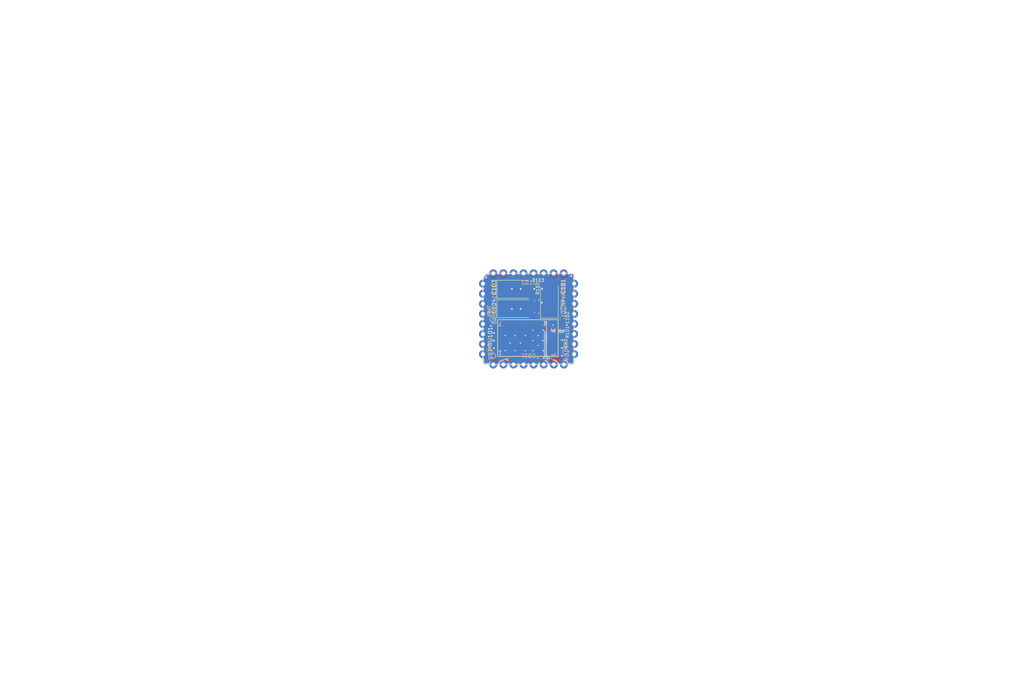
<source format=kicad_pcb>
(kicad_pcb (version 20241229) (generator "pcbnew") (generator_version "9.0")
  (title_block (title "EPS LTM8062 Battery Charger Module v1") (date "2025-06-05") (rev "1") (company "MSU ") (comment 1 "Dodo Kamel") (comment 2 "CC BY-SA 4.0"))
  (layers (0 "F.Cu" mixed) (2 "B.Cu" power) (13 "F.Paste" user) (15 "B.Paste" user) (5 "F.SilkS" user "F.Silkscreen") (7 "B.SilkS" user "B.Silkscreen") (1 "F.Mask" user) (3 "B.Mask" user) (25 "Edge.Cuts" user))
  (net 0 "")
  (net 1 "GND")
  (net 2 "/VPV")
  (net 3 "/BAT")
  (net 4 "/~{CHRG}")
  (net 5 "/NTC")
  (net 6 "/EN")
  (net 7 "/~{FAULT}")
  (net 8 "/3V3_IN")
  (net 9 "Net-(U101-VINREG)")
  (net 10 "Net-(U101-ADJ)")
  (footprint "Capacitor_Tantalum_SMD:CP_EIA-7343-30_AVX-N" (layer "F.Cu") (at 146.45 92.505)
    (property "Reference" "C103" (at -5.15 -0.5 90) (layer "F.SilkS"))
    (property "Value" "22u")
    (fp_line (start -4.41 -2.26) (end -4.41 2.26) (stroke (width 0.12)) (layer "F.SilkS"))
    (fp_line (start -4.41 2.26) (end 3.65 2.26) (stroke (width 0.12)) (layer "F.SilkS"))
    (fp_line (start 3.65 -2.26) (end -4.41 -2.26) (stroke (width 0.12)) (layer "F.SilkS"))
    (pad "1" smd roundrect (at -3.1125 0) (size 2.075 2.55) (layers "F.Cu" "F.Mask" "F.Paste") (roundrect_rratio 0.120482) (net 3 "/BAT"))
    (pad "2" smd roundrect (at 3.1125 0) (size 2.075 2.55) (layers "F.Cu" "F.Mask" "F.Paste") (roundrect_rratio 0.120482) (net 1 "GND"))
  )
  (footprint "bac EPS v1:bac-eps-v1-module-8P-pad-row" (layer "F.Cu") (at 150 88.5)
    (property "Reference" "J102" (at -0.025 2.35 0) (layer "B.SilkS") (effects (justify mirror)))
    (property "Value" "Conn_01x08_Socket")
    (pad "1" thru_hole circle (at -8.9 0) (size 2 2) (drill 1) (layers "*.Cu" "*.Mask") (net 3 "/BAT"))
    (pad "2" thru_hole circle (at -6.36 0) (size 2 2) (drill 1) (layers "*.Cu" "*.Mask") (net 3 "/BAT"))
    (pad "3" thru_hole circle (at -3.82 0) (size 2 2) (drill 1) (layers "*.Cu" "*.Mask") (net 1 "GND"))
    (pad "4" thru_hole circle (at -1.28 0) (size 2 2) (drill 1) (layers "*.Cu" "*.Mask") (net 1 "GND"))
    (pad "5" thru_hole circle (at 1.26 0) (size 2 2) (drill 1) (layers "*.Cu" "*.Mask") (net 1 "GND"))
    (pad "6" thru_hole circle (at 3.8 0) (size 2 2) (drill 1) (layers "*.Cu" "*.Mask") (net 1 "GND"))
    (pad "7" thru_hole circle (at 6.34 0) (size 2 2) (drill 1) (layers "*.Cu" "*.Mask") (net 2 "/VPV"))
    (pad "8" thru_hole circle (at 8.88 0) (size 2 2) (drill 1) (layers "*.Cu" "*.Mask") (net 2 "/VPV"))
  )
  (footprint "Resistor_SMD:R_0603_1608Metric" (layer "F.Cu") (at 152.05 98.417499 90)
    (property "Reference" "R102" (at 6.092499 0.25 90) (layer "F.SilkS") (effects (font (size 0.8 0.8) (thickness 0.12))))
    (property "Value" "549k")
    (fp_line (start -0.237258 -0.5225) (end 0.237258 -0.5225) (stroke (width 0.12)) (layer "F.SilkS"))
    (fp_line (start -0.237258 0.5225) (end 0.237258 0.5225) (stroke (width 0.12)) (layer "F.SilkS"))
    (pad "1" smd roundrect (at -0.825 0 90) (size 0.8 0.95) (layers "F.Cu" "F.Mask" "F.Paste") (net 3 "/BAT"))
    (pad "2" smd roundrect (at 0.825 0 90) (size 0.8 0.95) (layers "F.Cu" "F.Mask" "F.Paste") (net 10 "Net-(U101-ADJ)"))
  )
  (footprint "TestPoint:TestPoint_Pad_D1.0mm" (layer "F.Cu") (at 158.75 97.367499)
    (property "Reference" "TP101" (at 0.025 0.107501 270) (layer "B.SilkS") (effects (justify mirror)))
    (property "Value" "TestPoint")
    (fp_circle (center 0 0) (end 0 0.7) (stroke (width 0.12)) (fill no) (layer "F.SilkS"))
    (pad "1" smd circle (at 0 0) (size 1 1) (layers "F.Cu" "F.Mask") (net 2 "/VPV"))
  )
  (footprint "Capacitor_Tantalum_SMD:CP_EIA-7343-30_AVX-N" (layer "F.Cu") (at 155.25 95.4 90)
    (property "Reference" "C101" (at 3.5625 3.5 90) (layer "F.SilkS"))
    (property "Value" "22u")
    (fp_line (start 3.65 -2.26) (end -4.41 -2.26) (stroke (width 0.12)) (layer "F.SilkS"))
    (fp_line (start -4.41 -2.26) (end -4.41 2.26) (stroke (width 0.12)) (layer "F.SilkS"))
    (fp_line (start -4.41 2.26) (end 3.65 2.26) (stroke (width 0.12)) (layer "F.SilkS"))
    (pad "1" smd roundrect (at -3.1125 0 90) (size 2.075 2.55) (layers "F.Cu" "F.Mask" "F.Paste") (roundrect_rratio 0.120482) (net 2 "/VPV"))
    (pad "2" smd roundrect (at 3.1125 0 90) (size 2.075 2.55) (layers "F.Cu" "F.Mask" "F.Paste") (roundrect_rratio 0.120482) (net 1 "GND"))
  )
  (footprint "Capacitor_Tantalum_SMD:CP_EIA-7343-30_AVX-N" (layer "F.Cu") (at 146.45 97.405)
    (property "Reference" "C104" (at -5.15 -0.6 90) (layer "F.SilkS"))
    (property "Value" "22u")
    (fp_line (start -4.41 -2.26) (end -4.41 2.26) (stroke (width 0.12)) (layer "F.SilkS"))
    (fp_line (start -4.41 2.26) (end 3.65 2.26) (stroke (width 0.12)) (layer "F.SilkS"))
    (fp_line (start 3.65 -2.26) (end -4.41 -2.26) (stroke (width 0.12)) (layer "F.SilkS"))
    (pad "1" smd roundrect (at -3.1125 0) (size 2.075 2.55) (layers "F.Cu" "F.Mask" "F.Paste") (roundrect_rratio 0.120482) (net 3 "/BAT"))
    (pad "2" smd roundrect (at 3.1125 0) (size 2.075 2.55) (layers "F.Cu" "F.Mask" "F.Paste") (roundrect_rratio 0.120482) (net 1 "GND"))
  )
  (footprint "Resistor_SMD:R_0603_1608Metric" (layer "F.Cu") (at 158.45 103.05 90)
    (property "Reference" "R101" (at -0.275 1.35 90) (layer "F.SilkS") (effects (font (size 0.8 0.8) (thickness 0.12))))
    (property "Value" "312k")
    (fp_line (start -0.237258 -0.5225) (end 0.237258 -0.5225) (stroke (width 0.12)) (layer "F.SilkS"))
    (fp_line (start -0.237258 0.5225) (end 0.237258 0.5225) (stroke (width 0.12)) (layer "F.SilkS"))
    (pad "1" smd roundrect (at -0.825 0 90) (size 0.8 0.95) (layers "F.Cu" "F.Mask" "F.Paste") (net 2 "/VPV"))
    (pad "2" smd roundrect (at 0.825 0 90) (size 0.8 0.95) (layers "F.Cu" "F.Mask" "F.Paste") (net 9 "Net-(U101-VINREG)"))
  )
  (footprint "bac EPS v1:bac-eps-v1-module-8P-pad-row" (layer "F.Cu") (at 138.5 100 90)
    (property "Reference" "J101" (at 6.775 2.85 90) (layer "B.SilkS") (effects (justify mirror)))
    (property "Value" "Conn_01x08_Socket")
    (pad "1" thru_hole circle (at -8.9 0 90) (size 2 2) (drill 1) (layers "*.Cu" "*.Mask") (net 1 "GND"))
    (pad "2" thru_hole circle (at -6.36 0 90) (size 2 2) (drill 1) (layers "*.Cu" "*.Mask") (net 1 "GND"))
    (pad "3" thru_hole circle (at -3.82 0 90) (size 2 2) (drill 1) (layers "*.Cu" "*.Mask") (net 1 "GND"))
    (pad "4" thru_hole circle (at -1.28 0 90) (size 2 2) (drill 1) (layers "*.Cu" "*.Mask") (net 1 "GND"))
    (pad "5" thru_hole circle (at 1.26 0 90) (size 2 2) (drill 1) (layers "*.Cu" "*.Mask") (net 1 "GND"))
    (pad "6" thru_hole circle (at 3.8 0 90) (size 2 2) (drill 1) (layers "*.Cu" "*.Mask") (net 1 "GND"))
    (pad "7" thru_hole circle (at 6.34 0 90) (size 2 2) (drill 1) (layers "*.Cu" "*.Mask") (net 1 "GND"))
    (pad "8" thru_hole circle (at 8.88 0 90) (size 2 2) (drill 1) (layers "*.Cu" "*.Mask") (net 1 "GND"))
  )
  (footprint "Resistor_SMD:R_0603_1608Metric" (layer "F.Cu") (at 152.05 95.342499 90)
    (property "Reference" "R103" (at 5.092499 0.375 180) (layer "F.SilkS") (effects (font (size 0.8 0.8) (thickness 0.12))))
    (property "Value" "459k")
    (fp_line (start -0.237258 -0.5225) (end 0.237258 -0.5225) (stroke (width 0.12)) (layer "F.SilkS"))
    (fp_line (start -0.237258 0.5225) (end 0.237258 0.5225) (stroke (width 0.12)) (layer "F.SilkS"))
    (pad "1" smd roundrect (at -0.825 0 90) (size 0.8 0.95) (layers "F.Cu" "F.Mask" "F.Paste") (net 10 "Net-(U101-ADJ)"))
    (pad "2" smd roundrect (at 0.825 0 90) (size 0.8 0.95) (layers "F.Cu" "F.Mask" "F.Paste") (net 1 "GND"))
  )
  (footprint "bac EPS v1:ADI-LTM8062AEV" (layer "F.Cu") (at 149.83 104.83 90)
    (property "Reference" "U101" (at 0.905 -9.505 90) (layer "F.SilkS"))
    (property "Value" "LTM8062AEV-PBF")
    (fp_line (start 4.6228 -7.6327) (end -4.6228 -7.6327) (stroke (width 0.1524)) (layer "F.SilkS"))
    (fp_line (start -4.6228 -7.6327) (end -4.6228 7.6327) (stroke (width 0.1524)) (layer "F.SilkS"))
    (fp_line (start 1.27 -7.5057) (end 1.27 -7.7597) (stroke (width 0.0254)) (layer "F.SilkS"))
    (fp_line (start 4.4958 -1.27) (end 4.7498 -1.27) (stroke (width 0.0254)) (layer "F.SilkS"))
    (fp_line (start -4.4958 -1.27) (end -4.7498 -1.27) (stroke (width 0.0254)) (layer "F.SilkS"))
    (fp_line (start 4.4958 5.08) (end 4.7498 5.08) (stroke (width 0.0254)) (layer "F.SilkS"))
    (fp_line (start -4.4958 5.08) (end -4.7498 5.08) (stroke (width 0.0254)) (layer "F.SilkS"))
    (fp_line (start 1.27 7.5057) (end 1.27 7.7597) (stroke (width 0.0254)) (layer "F.SilkS"))
    (fp_line (start 4.6228 7.6327) (end 4.6228 -7.6327) (stroke (width 0.1524)) (layer "F.SilkS"))
    (fp_line (start -4.6228 7.6327) (end 4.6228 7.6327) (stroke (width 0.1524)) (layer "F.SilkS"))
    (fp_text user "L" (at -4.095 6.445 90) (layer "F.SilkS"))
    (fp_text user "1" (at -3.745 -7.005 180) (layer "F.SilkS"))
    (fp_text user "A" (at -5.395 -5.33 90) (layer "F.SilkS"))
    (fp_text user "7" (at 3.63 -6.93 180) (layer "F.SilkS"))
    (fp_text user "L" (at -4.095 6.445 90) (layer "B.SilkS"))
    (fp_text user "7" (at 3.63 -6.93 180) (layer "B.SilkS"))
    (fp_text user "A" (at -5.395 -5.33 90) (layer "B.SilkS"))
    (fp_text user "1" (at -3.745 -7.005 180) (layer "B.SilkS"))
    (pad "A1" smd rect (at -3.81 -6.35 90) (size 0.508 0.508) (layers "F.Cu" "F.Mask" "F.Paste") (net 1 "GND"))
    (pad "A2" smd rect (at -2.54 -6.35 90) (size 0.508 0.508) (layers "F.Cu" "F.Mask" "F.Paste") (net 1 "GND"))
    (pad "A3" smd rect (at -1.270001 -6.35 90) (size 0.508 0.508) (layers "F.Cu" "F.Mask" "F.Paste") (net 1 "GND"))
    (pad "A4" smd rect (at 0 -6.35 90) (size 0.508 0.508) (layers "F.Cu" "F.Mask" "F.Paste") (net 1 "GND"))
    (pad "A5" smd rect (at 1.270001 -6.35 90) (size 0.508 0.508) (layers "F.Cu" "F.Mask" "F.Paste") (net 1 "GND"))
    (pad "A6" smd rect (at 2.54 -6.35 90) (size 0.508 0.508) (layers "F.Cu" "F.Mask" "F.Paste") (net 3 "/BAT"))
    (pad "A7" smd rect (at 3.81 -6.35 90) (size 0.508 0.508) (layers "F.Cu" "F.Mask" "F.Paste") (net 3 "/BAT"))
    (pad "B1" smd rect (at -3.81 -5.08 90) (size 0.508 0.508) (layers "F.Cu" "F.Mask" "F.Paste") (net 1 "GND"))
    (pad "B2" smd rect (at -2.54 -5.08 90) (size 0.508 0.508) (layers "F.Cu" "F.Mask" "F.Paste") (net 1 "GND"))
    (pad "B3" smd rect (at -1.27 -5.08 90) (size 0.508 0.508) (layers "F.Cu" "F.Mask" "F.Paste") (net 1 "GND"))
    (pad "B4" smd rect (at 0 -5.079999 90) (size 0.508 0.508) (layers "F.Cu" "F.Mask" "F.Paste") (net 1 "GND"))
    (pad "B5" smd rect (at 1.27 -5.08 90) (size 0.508 0.508) (layers "F.Cu" "F.Mask" "F.Paste") (net 1 "GND"))
    (pad "B6" smd rect (at 2.54 -5.08 90) (size 0.508 0.508) (layers "F.Cu" "F.Mask" "F.Paste") (net 3 "/BAT"))
    (pad "B7" smd rect (at 3.81 -5.08 90) (size 0.508 0.508) (layers "F.Cu" "F.Mask" "F.Paste") (net 3 "/BAT"))
    (pad "C1" smd rect (at -3.81 -3.81 90) (size 0.508 0.508) (layers "F.Cu" "F.Mask" "F.Paste") (net 1 "GND"))
    (pad "C2" smd rect (at -2.54 -3.81 90) (size 0.508 0.508) (layers "F.Cu" "F.Mask" "F.Paste") (net 1 "GND"))
    (pad "C3" smd rect (at -1.27 -3.81 90) (size 0.508 0.508) (layers "F.Cu" "F.Mask" "F.Paste") (net 1 "GND"))
    (pad "C4" smd rect (at 0 -3.81 90) (size 0.508 0.508) (layers "F.Cu" "F.Mask" "F.Paste") (net 1 "GND"))
    (pad "C5" smd rect (at 1.27 -3.81 90) (size 0.508 0.508) (layers "F.Cu" "F.Mask" "F.Paste") (net 1 "GND"))
    (pad "C6" smd rect (at 2.54 -3.81 90) (size 0.508 0.508) (layers "F.Cu" "F.Mask" "F.Paste") (net 3 "/BAT"))
    (pad "C7" smd rect (at 3.81 -3.81 90) (size 0.508 0.508) (layers "F.Cu" "F.Mask" "F.Paste") (net 3 "/BAT"))
    (pad "D1" smd rect (at -3.81 -2.54 90) (size 0.508 0.508) (layers "F.Cu" "F.Mask" "F.Paste") (net 1 "GND"))
    (pad "D2" smd rect (at -2.54 -2.54 90) (size 0.508 0.508) (layers "F.Cu" "F.Mask" "F.Paste") (net 1 "GND"))
    (pad "D3" smd rect (at -1.27 -2.54 90) (size 0.508 0.508) (layers "F.Cu" "F.Mask" "F.Paste") (net 1 "GND"))
    (pad "D4" smd rect (at 0 -2.54 90) (size 0.508 0.508) (layers "F.Cu" "F.Mask" "F.Paste") (net 1 "GND"))
    (pad "D5" smd rect (at 1.27 -2.54 90) (size 0.508 0.508) (layers "F.Cu" "F.Mask" "F.Paste") (net 1 "GND"))
    (pad "D6" smd rect (at 2.54 -2.54 90) (size 0.508 0.508) (layers "F.Cu" "F.Mask" "F.Paste") (net 3 "/BAT"))
    (pad "D7" smd rect (at 3.81 -2.54 90) (size 0.508 0.508) (layers "F.Cu" "F.Mask" "F.Paste") (net 3 "/BAT"))
    (pad "E1" smd rect (at -3.81 -1.27 90) (size 0.508 0.508) (layers "F.Cu" "F.Mask" "F.Paste") (net 1 "GND"))
    (pad "E2" smd rect (at -2.54 -1.27 90) (size 0.508 0.508) (layers "F.Cu" "F.Mask" "F.Paste") (net 1 "GND"))
    (pad "E3" smd rect (at -1.27 -1.27 90) (size 0.508 0.508) (layers "F.Cu" "F.Mask" "F.Paste") (net 1 "GND"))
    (pad "E4" smd rect (at 0 -1.270001 90) (size 0.508 0.508) (layers "F.Cu" "F.Mask" "F.Paste") (net 1 "GND"))
    (pad "E5" smd rect (at 1.27 -1.27 90) (size 0.508 0.508) (layers "F.Cu" "F.Mask" "F.Paste") (net 1 "GND"))
    (pad "E6" smd rect (at 2.54 -1.27 90) (size 0.508 0.508) (layers "F.Cu" "F.Mask" "F.Paste") (net 3 "/BAT"))
    (pad "E7" smd rect (at 3.81 -1.27 90) (size 0.508 0.508) (layers "F.Cu" "F.Mask" "F.Paste") (net 3 "/BAT"))
    (pad "F1" smd rect (at -3.81 0 90) (size 0.508 0.508) (layers "F.Cu" "F.Mask" "F.Paste") (net 1 "GND"))
    (pad "F2" smd rect (at -2.54 0 90) (size 0.508 0.508) (layers "F.Cu" "F.Mask" "F.Paste") (net 1 "GND"))
    (pad "F3" smd rect (at -1.270001 0 90) (size 0.508 0.508) (layers "F.Cu" "F.Mask" "F.Paste") (net 1 "GND"))
    (pad "F4" smd rect (at 0 0 90) (size 0.508 0.508) (layers "F.Cu" "F.Mask" "F.Paste") (net 1 "GND"))
    (pad "F5" smd rect (at 1.270001 0 90) (size 0.508 0.508) (layers "F.Cu" "F.Mask" "F.Paste") (net 1 "GND"))
    (pad "F6" smd rect (at 2.54 0 90) (size 0.508 0.508) (layers "F.Cu" "F.Mask" "F.Paste") (net 3 "/BAT"))
    (pad "F7" smd rect (at 3.81 0 90) (size 0.508 0.508) (layers "F.Cu" "F.Mask" "F.Paste") (net 3 "/BAT"))
    (pad "G1" smd rect (at -3.81 1.27 90) (size 0.508 0.508) (layers "F.Cu" "F.Mask" "F.Paste") (net 1 "GND"))
    (pad "G2" smd rect (at -2.54 1.27 90) (size 0.508 0.508) (layers "F.Cu" "F.Mask" "F.Paste") (net 1 "GND"))
    (pad "G3" smd rect (at -1.27 1.27 90) (size 0.508 0.508) (layers "F.Cu" "F.Mask" "F.Paste") (net 1 "GND"))
    (pad "G4" smd rect (at 0 1.270001 90) (size 0.508 0.508) (layers "F.Cu" "F.Mask" "F.Paste") (net 1 "GND"))
    (pad "G5" smd rect (at 1.27 1.27 90) (size 0.508 0.508) (layers "F.Cu" "F.Mask" "F.Paste") (net 1 "GND"))
    (pad "G6" smd rect (at 2.54 1.27 90) (size 0.508 0.508) (layers "F.Cu" "F.Mask" "F.Paste") (net 1 "GND"))
    (pad "G7" smd rect (at 3.81 1.27 90) (size 0.508 0.508) (layers "F.Cu" "F.Mask" "F.Paste") (net 8 "/3V3_IN"))
    (pad "H1" smd rect (at -3.81 2.54 90) (size 0.508 0.508) (layers "F.Cu" "F.Mask" "F.Paste") (net 1 "GND"))
    (pad "H2" smd rect (at -2.54 2.54 90) (size 0.508 0.508) (layers "F.Cu" "F.Mask" "F.Paste") (net 1 "GND"))
    (pad "H3" smd rect (at -1.27 2.54 90) (size 0.508 0.508) (layers "F.Cu" "F.Mask" "F.Paste") (net 1 "GND"))
    (pad "H4" smd rect (at 0 2.54 90) (size 0.508 0.508) (layers "F.Cu" "F.Mask" "F.Paste") (net 1 "GND"))
    (pad "H5" smd rect (at 1.27 2.54 90) (size 0.508 0.508) (layers "F.Cu" "F.Mask" "F.Paste") (net 1 "GND"))
    (pad "H6" smd rect (at 2.54 2.54 90) (size 0.508 0.508) (layers "F.Cu" "F.Mask" "F.Paste") (net 5 "/NTC"))
    (pad "H7" smd rect (at 3.81 2.54 90) (size 0.508 0.508) (layers "F.Cu" "F.Mask" "F.Paste") (net 10 "Net-(U101-ADJ)"))
    (pad "J1" smd rect (at -3.81 3.81 90) (size 0.508 0.508) (layers "F.Cu" "F.Mask" "F.Paste") (net 1 "GND"))
    (pad "J2" smd rect (at -2.54 3.81 90) (size 0.508 0.508) (layers "F.Cu" "F.Mask" "F.Paste") (net 1 "GND"))
    (pad "J3" smd rect (at -1.27 3.81 90) (size 0.508 0.508) (layers "F.Cu" "F.Mask" "F.Paste") (net 1 "GND"))
    (pad "J4" smd rect (at 0 3.81 90) (size 0.508 0.508) (layers "F.Cu" "F.Mask" "F.Paste") (net 1 "GND"))
    (pad "J5" smd rect (at 1.27 3.81 90) (size 0.508 0.508) (layers "F.Cu" "F.Mask" "F.Paste") (net 1 "GND"))
    (pad "J6" smd rect (at 2.54 3.81 90) (size 0.508 0.508) (layers "F.Cu" "F.Mask" "F.Paste") (net 1 "GND"))
    (pad "J7" smd rect (at 3.81 3.81 90) (size 0.508 0.508) (layers "F.Cu" "F.Mask" "F.Paste") (net 7 "/~{FAULT}"))
    (pad "K1" smd rect (at -3.81 5.08 90) (size 0.508 0.508) (layers "F.Cu" "F.Mask" "F.Paste") (net 2 "/VPV"))
    (pad "K2" smd rect (at -2.54 5.08 90) (size 0.508 0.508) (layers "F.Cu" "F.Mask" "F.Paste") (net 2 "/VPV"))
    (pad "K3" smd rect (at -1.27 5.08 90) (size 0.508 0.508) (layers "F.Cu" "F.Mask" "F.Paste") (net 2 "/VPV"))
    (pad "K4" smd rect (at 0 5.079999 90) (size 0.508 0.508) (layers "F.Cu" "F.Mask" "F.Paste"))
    (pad "K5" smd rect (at 1.27 5.08 90) (size 0.508 0.508) (layers "F.Cu" "F.Mask" "F.Paste"))
    (pad "K6" smd rect (at 2.54 5.08 90) (size 0.508 0.508) (layers "F.Cu" "F.Mask" "F.Paste") (net 6 "/EN"))
    (pad "K7" smd rect (at 3.81 5.08 90) (size 0.508 0.508) (layers "F.Cu" "F.Mask" "F.Paste") (net 4 "/~{CHRG}"))
    (pad "L1" smd rect (at -3.81 6.35 90) (size 0.508 0.508) (layers "F.Cu" "F.Mask" "F.Paste") (net 2 "/VPV"))
    (pad "L2" smd rect (at -2.54 6.35 90) (size 0.508 0.508) (layers "F.Cu" "F.Mask" "F.Paste") (net 2 "/VPV"))
    (pad "L3" smd rect (at -1.270001 6.35 90) (size 0.508 0.508) (layers "F.Cu" "F.Mask" "F.Paste") (net 2 "/VPV"))
    (pad "L4" smd rect (at 0 6.35 90) (size 0.508 0.508) (layers "F.Cu" "F.Mask" "F.Paste"))
    (pad "L5" smd rect (at 1.270001 6.35 90) (size 0.508 0.508) (layers "F.Cu" "F.Mask" "F.Paste"))
    (pad "L6" smd rect (at 2.54 6.35 90) (size 0.508 0.508) (layers "F.Cu" "F.Mask" "F.Paste") (net 9 "Net-(U101-VINREG)"))
    (pad "L7" smd rect (at 3.81 6.35 90) (size 0.508 0.508) (layers "F.Cu" "F.Mask" "F.Paste") (net 1 "GND"))
  )
  (footprint "bac EPS v1:bac-eps-v1-module-8P-pad-row" (layer "F.Cu") (at 150 111.5 180)
    (property "Reference" "J103" (at 0.025 2.225 180) (layer "B.SilkS") (effects (justify mirror)))
    (property "Value" "Conn_01x08_Socket")
    (pad "1" thru_hole circle (at -8.9 0 180) (size 2 2) (drill 1) (layers "*.Cu" "*.Mask") (net 7 "/~{FAULT}"))
    (pad "2" thru_hole circle (at -6.36 0 180) (size 2 2) (drill 1) (layers "*.Cu" "*.Mask") (net 4 "/~{CHRG}"))
    (pad "3" thru_hole circle (at -3.82 0 180) (size 2 2) (drill 1) (layers "*.Cu" "*.Mask") (net 5 "/NTC"))
    (pad "4" thru_hole circle (at -1.28 0 180) (size 2 2) (drill 1) (layers "*.Cu" "*.Mask") (net 1 "GND"))
    (pad "5" thru_hole circle (at 1.26 0 180) (size 2 2) (drill 1) (layers "*.Cu" "*.Mask") (net 1 "GND"))
    (pad "6" thru_hole circle (at 3.8 0 180) (size 2 2) (drill 1) (layers "*.Cu" "*.Mask") (net 1 "GND"))
    (pad "7" thru_hole circle (at 6.34 0 180) (size 2 2) (drill 1) (layers "*.Cu" "*.Mask") (net 6 "/EN"))
    (pad "8" thru_hole circle (at 8.88 0 180) (size 2 2) (drill 1) (layers "*.Cu" "*.Mask") (net 8 "/3V3_IN"))
  )
  (footprint "TestPoint:TestPoint_Pad_D1.0mm" (layer "F.Cu") (at 140.95 100)
    (property "Reference" "TP103" (at 0.425 -0.95 270) (layer "B.SilkS") (effects (justify mirror)))
    (property "Value" "TestPoint")
    (fp_circle (center 0 0) (end 0 0.7) (stroke (width 0.12)) (fill no) (layer "F.SilkS"))
    (pad "1" smd circle (at 0 0) (size 1 1) (layers "F.Cu" "F.Mask") (net 3 "/BAT"))
  )
  (footprint "TestPoint:TestPoint_Pad_D1.0mm" (layer "F.Cu") (at 159.325 108.275)
    (property "Reference" "TP104" (at 0.3 0 270) (layer "B.SilkS") (effects (justify mirror)))
    (property "Value" "TestPoint")
    (fp_circle (center 0 0) (end 0 0.7) (stroke (width 0.12)) (fill no) (layer "F.SilkS"))
    (pad "1" smd circle (at 0 0) (size 1 1) (layers "F.Cu" "F.Mask") (net 1 "GND"))
  )
  (footprint "TestPoint:TestPoint_Pad_D1.0mm" (layer "F.Cu") (at 140.975 109.3)
    (property "Reference" "TP102" (at -0.575 -1.3 270) (layer "B.SilkS") (effects (justify mirror)))
    (property "Value" "TestPoint")
    (fp_circle (center 0 0) (end 0 0.7) (stroke (width 0.12)) (fill no) (layer "F.SilkS"))
    (pad "1" smd circle (at 0 0) (size 1 1) (layers "F.Cu" "F.Mask") (net 8 "/3V3_IN"))
  )
  (footprint "Capacitor_SMD:C_0603_1608Metric" (layer "F.Cu") (at 158.45 99.967499 -90)
    (property "Reference" "C102" (at -0.317499 -1.375 90) (layer "F.SilkS") (effects (font (size 0.8 0.8) (thickness 0.12))))
    (property "Value" "10u")
    (fp_line (start -0.140581 0.51) (end 0.140581 0.51) (stroke (width 0.12)) (layer "F.SilkS"))
    (fp_line (start -0.140581 -0.51) (end 0.140581 -0.51) (stroke (width 0.12)) (layer "F.SilkS"))
    (pad "1" smd roundrect (at -0.775 0 270) (size 0.9 0.95) (layers "F.Cu" "F.Mask" "F.Paste") (net 2 "/VPV"))
    (pad "2" smd roundrect (at 0.775 0 270) (size 0.9 0.95) (layers "F.Cu" "F.Mask" "F.Paste") (net 1 "GND"))
  )
  (footprint "bac EPS v1:bac-eps-v1-module-8P-pad-row" (layer "F.Cu") (at 161.5 100 -90)
    (property "Reference" "J104" (at -7.375 2.7 90) (layer "B.SilkS") (effects (justify mirror)))
    (property "Value" "Conn_01x08_Socket")
    (pad "1" thru_hole circle (at -8.9 0 270) (size 2 2) (drill 1) (layers "*.Cu" "*.Mask") (net 1 "GND"))
    (pad "2" thru_hole circle (at -6.36 0 270) (size 2 2) (drill 1) (layers "*.Cu" "*.Mask") (net 1 "GND"))
    (pad "3" thru_hole circle (at -3.82 0 270) (size 2 2) (drill 1) (layers "*.Cu" "*.Mask") (net 1 "GND"))
    (pad "4" thru_hole circle (at -1.28 0 270) (size 2 2) (drill 1) (layers "*.Cu" "*.Mask") (net 1 "GND"))
    (pad "5" thru_hole circle (at 1.26 0 270) (size 2 2) (drill 1) (layers "*.Cu" "*.Mask") (net 1 "GND"))
    (pad "6" thru_hole circle (at 3.8 0 270) (size 2 2) (drill 1) (layers "*.Cu" "*.Mask") (net 1 "GND"))
    (pad "7" thru_hole circle (at 6.34 0 270) (size 2 2) (drill 1) (layers "*.Cu" "*.Mask") (net 1 "GND"))
    (pad "8" thru_hole circle (at 8.88 0 270) (size 2 2) (drill 1) (layers "*.Cu" "*.Mask") (net 1 "GND"))
  )
  (gr_line (start 161 111.5) (end 139 111.5) (stroke (width 0.2)) (layer "Edge.Cuts"))
  (gr_arc (start 161 88.5) (mid 161.353553 88.646447) (end 161.5 89) (stroke (width 0.2)) (layer "Edge.Cuts"))
  (gr_arc (start 139 111.5) (mid 138.646447 111.353553) (end 138.5 111) (stroke (width 0.2)) (layer "Edge.Cuts"))
  (gr_arc (start 161.5 111) (mid 161.353553 111.353553) (end 161 111.5) (stroke (width 0.2)) (layer "Edge.Cuts"))
  (gr_arc (start 138.5 90) (mid 138.93934 88.93934) (end 140 88.5) (stroke (width 0.2)) (layer "Edge.Cuts"))
  (gr_line (start 140 88.5) (end 161 88.5) (stroke (width 0.2)) (layer "Edge.Cuts"))
  (gr_line (start 161.5 89) (end 161.5 111) (stroke (width 0.2)) (layer "Edge.Cuts"))
  (gr_line (start 138.5 111) (end 138.5 90) (stroke (width 0.2)) (layer "Edge.Cuts"))
  (gr_text "GND" (at 159.85 107.5 90) (layer "F.SilkS") (effects (font (size 0.8 0.8) (thickness 0.12)) (justify left bottom)))
  (gr_text "VPV" (at 159.35 96.575 90) (layer "F.SilkS") (effects (font (size 0.8 0.8) (thickness 0.12)) (justify left bottom)))
  (gr_text "VBAT" (at 140.55 99.5 90) (layer "F.SilkS") (effects (font (size 0.8 0.8) (thickness 0.12)) (justify left bottom)))
  (gr_text "3V3" (at 140.675 108.425 90) (layer "F.SilkS") (effects (font (size 0.8 0.8) (thickness 0.12)) (justify left bottom)))
  (via (at 153.35 95.9) (size 0.8) (drill 0.4) (layers "F.Cu" "B.Cu") (net 1))
  (via (at 148 97.475) (size 0.8) (drill 0.4) (layers "F.Cu" "B.Cu") (net 1))
  (via (at 158.45 107.3125) (size 0.8) (drill 0.4) (layers "F.Cu" "B.Cu") (net 1))
  (via (at 144.1 108) (size 0.6) (drill 0.3) (layers "F.Cu" "B.Cu") (net 1))
  (via (at 156.175 101.525) (size 0.6) (drill 0.3) (layers "F.Cu" "B.Cu") (net 1))
  (via (at 149.2 104.2) (size 0.6) (drill 0.3) (layers "F.Cu" "B.Cu") (net 1))
  (via (at 158.45 105.325) (size 0.8) (drill 0.4) (layers "F.Cu" "B.Cu") (net 1))
  (via (at 141.275 107.4) (size 0.8) (drill 0.4) (layers "F.Cu" "B.Cu") (net 1))
  (via (at 141.275 105.4875) (size 0.8) (drill 0.4) (layers "F.Cu" "B.Cu") (net 1))
  (via (at 153.825 109.85) (size 0.6) (drill 0.3) (layers "F.Cu" "B.Cu") (net 1))
  (via (at 158.45 109.3) (size 0.8) (drill 0.4) (layers "F.Cu" "B.Cu") (net 1))
  (via (at 153.675 105.475) (size 0.6) (drill 0.3) (layers "F.Cu" "B.Cu") (net 1))
  (via (at 153.675 102.825) (size 0.6) (drill 0.3) (layers "F.Cu" "B.Cu") (net 1))
  (via (at 141.275 103.575) (size 0.8) (drill 0.4) (layers "F.Cu" "B.Cu") (net 1))
  (via (at 153.675 108) (size 0.6) (drill 0.3) (layers "F.Cu" "B.Cu") (net 1))
  (via (at 144.125 104.175) (size 0.6) (drill 0.3) (layers "F.Cu" "B.Cu") (net 1))
  (via (at 153.4 92.425) (size 0.8) (drill 0.4) (layers "F.Cu" "B.Cu") (net 1))
  (via (at 149.2 108) (size 0.6) (drill 0.3) (layers "F.Cu" "B.Cu") (net 1))
  (via (at 145.375 106.1) (size 0.6) (drill 0.3) (layers "F.Cu" "B.Cu") (net 1))
  (via (at 151.1 102.9) (size 0.6) (drill 0.3) (layers "F.Cu" "B.Cu") (net 1))
  (via (at 151.425 92.425) (size 0.8) (drill 0.4) (layers "F.Cu" "B.Cu") (net 1))
  (via (at 145.8 92.425) (size 0.8) (drill 0.4) (layers "F.Cu" "B.Cu") (net 1))
  (via (at 147.925 106.1) (size 0.6) (drill 0.3) (layers "F.Cu" "B.Cu") (net 1))
  (via (at 152.35 109.85) (size 0.6) (drill 0.3) (layers "F.Cu" "B.Cu") (net 1))
  (via (at 145.8 97.475) (size 0.8) (drill 0.4) (layers "F.Cu" "B.Cu") (net 1))
  (via (at 160.775 89.225) (size 0.8) (drill 0.4) (layers "F.Cu" "B.Cu") (net 1))
  (via (at 140.475 101.75) (size 0.8) (drill 0.4) (layers "F.Cu" "B.Cu") (net 1))
  (via (at 146.65 108) (size 0.6) (drill 0.3) (layers "F.Cu" "B.Cu") (net 1))
  (via (at 159.65 101.525) (size 0.8) (drill 0.4) (layers "F.Cu" "B.Cu") (net 1))
  (via (at 152.4 106.725) (size 0.6) (drill 0.3) (layers "F.Cu" "B.Cu") (net 1))
  (via (at 146.65 104.2) (size 0.6) (drill 0.3) (layers "F.Cu" "B.Cu") (net 1))
  (via (at 151.1 105.475) (size 0.6) (drill 0.3) (layers "F.Cu" "B.Cu") (net 1))
  (via (at 148 92.425) (size 0.8) (drill 0.4) (layers "F.Cu" "B.Cu") (net 1))
  (via (at 152.4 104.2) (size 0.6) (drill 0.3) (layers "F.Cu" "B.Cu") (net 1))
  (via (at 151.1 108) (size 0.6) (drill 0.3) (layers "F.Cu" "B.Cu") (net 1))
  (via (at 139.3 89.525) (size 0.8) (drill 0.4) (layers "F.Cu" "B.Cu") (net 1))
  (segment (start 157.225 99.192499) (end 157.225 105.5) (width 0.75) (layer "F.Cu") (net 2))
  (segment (start 157.225 99.192499) (end 155.842499 99.192499) (width 0.75) (layer "F.Cu") (net 2))
  (segment (start 156.625 106.1) (end 155.030999 106.1) (width 0.75) (layer "F.Cu") (net 2))
  (segment (start 158.45 99.192499) (end 157.225 99.192499) (width 0.75) (layer "F.Cu") (net 2))
  (segment (start 158.45 103.875) (end 157.25 103.875) (width 0.5) (layer "F.Cu") (net 2))
  (segment (start 157.225 105.5) (end 156.625 106.1) (width 0.75) (layer "F.Cu") (net 2))
  (segment (start 155.842499 99.192499) (end 155.25 98.6) (width 0.75) (layer "F.Cu") (net 2))
  (segment (start 151.982501 99.242499) (end 150.809 100.416) (width 0.3) (layer "F.Cu") (net 3))
  (segment (start 150.809 100.416) (end 150.434 100.416) (width 0.3) (layer "F.Cu") (net 3))
  (segment (start 152.05 99.242499) (end 151.982501 99.242499) (width 0.3) (layer "F.Cu") (net 3))
  (segment (start 150.434 100.416) (end 149.83 101.02) (width 0.3) (layer "F.Cu") (net 3))
  (segment (start 155.514 101.624) (end 155.514 102.736) (width 0.2) (layer "F.Cu") (net 4))
  (segment (start 154.5 102.925) (end 154.305999 103.119001) (width 0.2) (layer "F.Cu") (net 4))
  (segment (start 154.305999 109.445999) (end 155.96 111.1) (width 0.2) (layer "F.Cu") (net 4))
  (segment (start 155.514 102.736) (end 155.325 102.925) (width 0.2) (layer "F.Cu") (net 4))
  (segment (start 155.96 111.1) (end 156.36 111.1) (width 0.2) (layer "F.Cu") (net 4))
  (segment (start 155.325 102.925) (end 154.5 102.925) (width 0.2) (layer "F.Cu") (net 4))
  (segment (start 154.305999 103.119001) (end 154.305999 109.445999) (width 0.2) (layer "F.Cu") (net 4))
  (segment (start 154.91 101.02) (end 155.514 101.624) (width 0.2) (layer "F.Cu") (net 4))
  (segment (start 152.37 102.29) (end 153.036 102.956) (width 0.2) (layer "F.Cu") (net 5))
  (segment (start 153.036 102.956) (end 153.036 110.316) (width 0.2) (layer "F.Cu") (net 5))
  (segment (start 153.036 110.316) (end 153.82 111.1) (width 0.2) (layer "F.Cu") (net 5))
  (segment (start 151.866 101.686) (end 151.766 101.786) (width 0.2) (layer "F.Cu") (net 6))
  (segment (start 151.766 109.084) (end 150.775 110.075) (width 0.2) (layer "F.Cu") (net 6))
  (segment (start 152.286 101.686) (end 154.306 101.686) (width 0.2) (layer "F.Cu") (net 6))
  (segment (start 154.306 101.686) (end 154.91 102.29) (width 0.2) (layer "F.Cu") (net 6))
  (segment (start 151.766 101.786) (end 151.766 109.084) (width 0.2) (layer "F.Cu") (net 6))
  (segment (start 152.286 101.686) (end 151.866 101.686) (width 0.2) (layer "F.Cu") (net 6))
  (segment (start 144.685 110.075) (end 143.66 111.1) (width 0.2) (layer "F.Cu") (net 6))
  (segment (start 150.775 110.075) (end 144.685 110.075) (width 0.2) (layer "F.Cu") (net 6))
  (segment (start 154.139998 101.02) (end 154.155998 101.036) (width 0.3) (layer "F.Cu") (net 7))
  (segment (start 153.64 101.02) (end 154.139998 101.02) (width 0.3) (layer "F.Cu") (net 7))
  (via (at 154.155998 101.036) (size 0.6) (drill 0.3) (layers "F.Cu" "B.Cu") (net 7))
  (segment (start 154.325 109.45) (end 155.075 110.2) (width 0.2) (layer "B.Cu") (net 7))
  (segment (start 155.075 110.2) (end 158 110.2) (width 0.2) (layer "B.Cu") (net 7))
  (segment (start 154.155998 101.036) (end 154.325 101.205002) (width 0.2) (layer "B.Cu") (net 7))
  (segment (start 158 110.2) (end 158.9 111.1) (width 0.2) (layer "B.Cu") (net 7))
  (segment (start 154.325 101.205002) (end 154.325 109.45) (width 0.2) (layer "B.Cu") (net 7))
  (segment (start 150.45 101.67) (end 150.45 109.228) (width 0.3) (layer "F.Cu") (net 8))
  (segment (start 140.975 110.955) (end 140.975 109.3) (width 0.3) (layer "F.Cu") (net 8))
  (segment (start 141.12 111.1) (end 140.975 110.955) (width 0.3) (layer "F.Cu") (net 8))
  (segment (start 150.45 109.228) (end 150.103 109.575) (width 0.3) (layer "F.Cu") (net 8))
  (segment (start 141.6 111.1) (end 141.12 111.1) (width 0.3) (layer "F.Cu") (net 8))
  (segment (start 143.125 109.575) (end 141.6 111.1) (width 0.3) (layer "F.Cu") (net 8))
  (segment (start 151.1 101.02) (end 150.45 101.67) (width 0.3) (layer "F.Cu") (net 8))
  (segment (start 150.103 109.575) (end 143.125 109.575) (width 0.3) (layer "F.Cu") (net 8))
  (segment (start 156.18 102.800997) (end 156.175 102.805997) (width 0.3) (layer "F.Cu") (net 9))
  (segment (start 158.44724 102.22776) (end 158.45 102.225) (width 0.3) (layer "F.Cu") (net 9))
  (segment (start 156.18 102.29) (end 156.18 102.800997) (width 0.3) (layer "F.Cu") (net 9))
  (segment (start 158.44724 102.975) (end 158.44724 102.22776) (width 0.3) (layer "F.Cu") (net 9))
  (segment (start 158.385 102.29) (end 158.45 102.225) (width 0.5) (layer "F.Cu") (net 9))
  (via (at 156.175 102.805997) (size 0.6) (drill 0.3) (layers "F.Cu" "B.Cu") (net 9))
  (via (at 158.44724 102.975) (size 0.6) (drill 0.3) (layers "F.Cu" "B.Cu") (net 9))
  (segment (start 156.419003 103.05) (end 158.37224 103.05) (width 0.2) (layer "B.Cu") (net 9))
  (segment (start 158.37224 103.05) (end 158.44724 102.975) (width 0.2) (layer "B.Cu") (net 9))
  (segment (start 156.175 102.805997) (end 156.419003 103.05) (width 0.2) (layer "B.Cu") (net 9))
  (segment (start 152.37 101.02) (end 152.875 100.515) (width 0.3) (layer "F.Cu") (net 10))
  (segment (start 152.875 98.371249) (end 152.09625 97.592499) (width 0.3) (layer "F.Cu") (net 10))
  (segment (start 152.05 96.167499) (end 152.05 97.592499) (width 0.5) (layer "F.Cu") (net 10))
  (segment (start 152.09625 97.592499) (end 152.05 97.592499) (width 0.3) (layer "F.Cu") (net 10))
  (segment (start 152.875 100.515) (end 152.875 98.371249) (width 0.3) (layer "F.Cu") (net 10))
  (zone (net 3) (net_name "/BAT") (layer "F.Cu") (name "BAT") (priority 1) (connect_pads yes (clearance 0.2)) (min_thickness 0.15) (fill yes (thermal_gap 0.5) (thermal_bridge_width 0.5) (smoothing fillet) (radius 0.5))
    (polygon (pts (xy 150.3 102.8) (xy 143 102.8) (xy 140.05 99.85) (xy 140.05 87.45) (xy 144.7 87.45) (xy 145.2 87.95) (xy 145.2 100.55) (xy 150.3 100.55)))
  )
  (zone (net 2) (net_name "/VPV") (layer "F.Cu") (name "BAT") (priority 3) (connect_pads yes (clearance 0.2)) (min_thickness 0.15) (fill yes (thermal_gap 0.5) (thermal_bridge_width 0.5) (smoothing fillet) (radius 0.5))
    (polygon (pts (xy 154.5 109.05) (xy 156.6 109.05) (xy 156.6 105.7) (xy 154.5 105.7)))
  )
  (zone (net 2) (net_name "/VPV") (layer "F.Cu") (name "BAT") (priority 2) (connect_pads yes (clearance 0.2)) (min_thickness 0.15) (fill yes (thermal_gap 0.5) (thermal_bridge_width 0.5) (smoothing fillet) (radius 0.5))
    (polygon (pts (xy 155.15 87.3) (xy 160.1 87.3) (xy 160.1 98.8) (xy 159.1 99.8) (xy 153.8 99.8) (xy 153.8 96.6) (xy 156.75 93.65) (xy 156.75 91.3) (xy 155.15 89.7)))
  )
  (zone (net 1) (net_name "GND") (layers "F.Cu" "B.Cu") (connect_pads yes (clearance 0)) (min_thickness 0.25) (fill yes (thermal_gap 0.5) (thermal_bridge_width 0.5) (smoothing fillet) (radius 0.5))
    (polygon (pts (xy 138 88) (xy 162 88) (xy 162 112) (xy 138 112)))
  )
)
</source>
